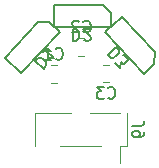
<source format=gbr>
%TF.GenerationSoftware,KiCad,Pcbnew,9.0.3*%
%TF.CreationDate,2025-07-23T15:55:15-05:00*%
%TF.ProjectId,NeoSword_Toplight,4e656f53-776f-4726-945f-546f706c6967,rev?*%
%TF.SameCoordinates,Original*%
%TF.FileFunction,Legend,Bot*%
%TF.FilePolarity,Positive*%
%FSLAX46Y46*%
G04 Gerber Fmt 4.6, Leading zero omitted, Abs format (unit mm)*
G04 Created by KiCad (PCBNEW 9.0.3) date 2025-07-23 15:55:15*
%MOMM*%
%LPD*%
G01*
G04 APERTURE LIST*
%ADD10C,0.150000*%
%ADD11C,0.120000*%
G04 APERTURE END LIST*
D10*
X144874746Y-77861220D02*
X145606100Y-78543218D01*
X145606100Y-78543218D02*
X145768481Y-78369087D01*
X145768481Y-78369087D02*
X145831083Y-78232131D01*
X145831083Y-78232131D02*
X145826382Y-78097526D01*
X145826382Y-78097526D02*
X145789206Y-77997748D01*
X145789206Y-77997748D02*
X145682376Y-77833017D01*
X145682376Y-77833017D02*
X145577897Y-77735589D01*
X145577897Y-77735589D02*
X145406116Y-77640511D01*
X145406116Y-77640511D02*
X145303987Y-77610385D01*
X145303987Y-77610385D02*
X145169382Y-77615085D01*
X145169382Y-77615085D02*
X145037127Y-77687088D01*
X145037127Y-77687088D02*
X144874746Y-77861220D01*
X145913982Y-76746776D02*
X145524269Y-77164693D01*
X145719125Y-76955734D02*
X146450479Y-77637733D01*
X146450479Y-77637733D02*
X146281048Y-77609957D01*
X146281048Y-77609957D02*
X146146443Y-77614658D01*
X146146443Y-77614658D02*
X146046664Y-77651834D01*
X153134819Y-83361666D02*
X153849104Y-83361666D01*
X153849104Y-83361666D02*
X153991961Y-83314047D01*
X153991961Y-83314047D02*
X154087200Y-83218809D01*
X154087200Y-83218809D02*
X154134819Y-83075952D01*
X154134819Y-83075952D02*
X154134819Y-82980714D01*
X154134819Y-83885476D02*
X154134819Y-84075952D01*
X154134819Y-84075952D02*
X154087200Y-84171190D01*
X154087200Y-84171190D02*
X154039580Y-84218809D01*
X154039580Y-84218809D02*
X153896723Y-84314047D01*
X153896723Y-84314047D02*
X153706247Y-84361666D01*
X153706247Y-84361666D02*
X153325295Y-84361666D01*
X153325295Y-84361666D02*
X153230057Y-84314047D01*
X153230057Y-84314047D02*
X153182438Y-84266428D01*
X153182438Y-84266428D02*
X153134819Y-84171190D01*
X153134819Y-84171190D02*
X153134819Y-83980714D01*
X153134819Y-83980714D02*
X153182438Y-83885476D01*
X153182438Y-83885476D02*
X153230057Y-83837857D01*
X153230057Y-83837857D02*
X153325295Y-83790238D01*
X153325295Y-83790238D02*
X153563390Y-83790238D01*
X153563390Y-83790238D02*
X153658628Y-83837857D01*
X153658628Y-83837857D02*
X153706247Y-83885476D01*
X153706247Y-83885476D02*
X153753866Y-83980714D01*
X153753866Y-83980714D02*
X153753866Y-84171190D01*
X153753866Y-84171190D02*
X153706247Y-84266428D01*
X153706247Y-84266428D02*
X153658628Y-84314047D01*
X153658628Y-84314047D02*
X153563390Y-84361666D01*
X151776155Y-76678967D02*
X151044801Y-77360966D01*
X151044801Y-77360966D02*
X151207182Y-77535098D01*
X151207182Y-77535098D02*
X151339436Y-77607101D01*
X151339436Y-77607101D02*
X151474041Y-77611801D01*
X151474041Y-77611801D02*
X151576170Y-77581675D01*
X151576170Y-77581675D02*
X151747952Y-77486597D01*
X151747952Y-77486597D02*
X151852431Y-77389169D01*
X151852431Y-77389169D02*
X151959260Y-77224438D01*
X151959260Y-77224438D02*
X151996437Y-77124659D01*
X151996437Y-77124659D02*
X152001137Y-76990054D01*
X152001137Y-76990054D02*
X151938535Y-76853099D01*
X151938535Y-76853099D02*
X151776155Y-76678967D01*
X151661847Y-78022667D02*
X152084037Y-78475409D01*
X152084037Y-78475409D02*
X152135315Y-77971816D01*
X152135315Y-77971816D02*
X152232743Y-78076295D01*
X152232743Y-78076295D02*
X152332522Y-78113472D01*
X152332522Y-78113472D02*
X152399824Y-78115822D01*
X152399824Y-78115822D02*
X152501953Y-78085696D01*
X152501953Y-78085696D02*
X152676085Y-77923316D01*
X152676085Y-77923316D02*
X152713261Y-77823537D01*
X152713261Y-77823537D02*
X152715612Y-77756234D01*
X152715612Y-77756234D02*
X152685486Y-77654106D01*
X152685486Y-77654106D02*
X152490629Y-77445147D01*
X152490629Y-77445147D02*
X152390851Y-77407971D01*
X152390851Y-77407971D02*
X152323548Y-77405621D01*
X148071905Y-75190180D02*
X148071905Y-76190180D01*
X148071905Y-76190180D02*
X148310000Y-76190180D01*
X148310000Y-76190180D02*
X148452857Y-76142561D01*
X148452857Y-76142561D02*
X148548095Y-76047323D01*
X148548095Y-76047323D02*
X148595714Y-75952085D01*
X148595714Y-75952085D02*
X148643333Y-75761609D01*
X148643333Y-75761609D02*
X148643333Y-75618752D01*
X148643333Y-75618752D02*
X148595714Y-75428276D01*
X148595714Y-75428276D02*
X148548095Y-75333038D01*
X148548095Y-75333038D02*
X148452857Y-75237800D01*
X148452857Y-75237800D02*
X148310000Y-75190180D01*
X148310000Y-75190180D02*
X148071905Y-75190180D01*
X149024286Y-76094942D02*
X149071905Y-76142561D01*
X149071905Y-76142561D02*
X149167143Y-76190180D01*
X149167143Y-76190180D02*
X149405238Y-76190180D01*
X149405238Y-76190180D02*
X149500476Y-76142561D01*
X149500476Y-76142561D02*
X149548095Y-76094942D01*
X149548095Y-76094942D02*
X149595714Y-75999704D01*
X149595714Y-75999704D02*
X149595714Y-75904466D01*
X149595714Y-75904466D02*
X149548095Y-75761609D01*
X149548095Y-75761609D02*
X148976667Y-75190180D01*
X148976667Y-75190180D02*
X149595714Y-75190180D01*
X151076666Y-80984580D02*
X151124285Y-81032200D01*
X151124285Y-81032200D02*
X151267142Y-81079819D01*
X151267142Y-81079819D02*
X151362380Y-81079819D01*
X151362380Y-81079819D02*
X151505237Y-81032200D01*
X151505237Y-81032200D02*
X151600475Y-80936961D01*
X151600475Y-80936961D02*
X151648094Y-80841723D01*
X151648094Y-80841723D02*
X151695713Y-80651247D01*
X151695713Y-80651247D02*
X151695713Y-80508390D01*
X151695713Y-80508390D02*
X151648094Y-80317914D01*
X151648094Y-80317914D02*
X151600475Y-80222676D01*
X151600475Y-80222676D02*
X151505237Y-80127438D01*
X151505237Y-80127438D02*
X151362380Y-80079819D01*
X151362380Y-80079819D02*
X151267142Y-80079819D01*
X151267142Y-80079819D02*
X151124285Y-80127438D01*
X151124285Y-80127438D02*
X151076666Y-80175057D01*
X150743332Y-80079819D02*
X150124285Y-80079819D01*
X150124285Y-80079819D02*
X150457618Y-80460771D01*
X150457618Y-80460771D02*
X150314761Y-80460771D01*
X150314761Y-80460771D02*
X150219523Y-80508390D01*
X150219523Y-80508390D02*
X150171904Y-80556009D01*
X150171904Y-80556009D02*
X150124285Y-80651247D01*
X150124285Y-80651247D02*
X150124285Y-80889342D01*
X150124285Y-80889342D02*
X150171904Y-80984580D01*
X150171904Y-80984580D02*
X150219523Y-81032200D01*
X150219523Y-81032200D02*
X150314761Y-81079819D01*
X150314761Y-81079819D02*
X150600475Y-81079819D01*
X150600475Y-81079819D02*
X150695713Y-81032200D01*
X150695713Y-81032200D02*
X150743332Y-80984580D01*
X148976666Y-75374580D02*
X149024285Y-75422200D01*
X149024285Y-75422200D02*
X149167142Y-75469819D01*
X149167142Y-75469819D02*
X149262380Y-75469819D01*
X149262380Y-75469819D02*
X149405237Y-75422200D01*
X149405237Y-75422200D02*
X149500475Y-75326961D01*
X149500475Y-75326961D02*
X149548094Y-75231723D01*
X149548094Y-75231723D02*
X149595713Y-75041247D01*
X149595713Y-75041247D02*
X149595713Y-74898390D01*
X149595713Y-74898390D02*
X149548094Y-74707914D01*
X149548094Y-74707914D02*
X149500475Y-74612676D01*
X149500475Y-74612676D02*
X149405237Y-74517438D01*
X149405237Y-74517438D02*
X149262380Y-74469819D01*
X149262380Y-74469819D02*
X149167142Y-74469819D01*
X149167142Y-74469819D02*
X149024285Y-74517438D01*
X149024285Y-74517438D02*
X148976666Y-74565057D01*
X148595713Y-74565057D02*
X148548094Y-74517438D01*
X148548094Y-74517438D02*
X148452856Y-74469819D01*
X148452856Y-74469819D02*
X148214761Y-74469819D01*
X148214761Y-74469819D02*
X148119523Y-74517438D01*
X148119523Y-74517438D02*
X148071904Y-74565057D01*
X148071904Y-74565057D02*
X148024285Y-74660295D01*
X148024285Y-74660295D02*
X148024285Y-74755533D01*
X148024285Y-74755533D02*
X148071904Y-74898390D01*
X148071904Y-74898390D02*
X148643332Y-75469819D01*
X148643332Y-75469819D02*
X148024285Y-75469819D01*
X146626666Y-77674580D02*
X146674285Y-77722200D01*
X146674285Y-77722200D02*
X146817142Y-77769819D01*
X146817142Y-77769819D02*
X146912380Y-77769819D01*
X146912380Y-77769819D02*
X147055237Y-77722200D01*
X147055237Y-77722200D02*
X147150475Y-77626961D01*
X147150475Y-77626961D02*
X147198094Y-77531723D01*
X147198094Y-77531723D02*
X147245713Y-77341247D01*
X147245713Y-77341247D02*
X147245713Y-77198390D01*
X147245713Y-77198390D02*
X147198094Y-77007914D01*
X147198094Y-77007914D02*
X147150475Y-76912676D01*
X147150475Y-76912676D02*
X147055237Y-76817438D01*
X147055237Y-76817438D02*
X146912380Y-76769819D01*
X146912380Y-76769819D02*
X146817142Y-76769819D01*
X146817142Y-76769819D02*
X146674285Y-76817438D01*
X146674285Y-76817438D02*
X146626666Y-76865057D01*
X145674285Y-77769819D02*
X146245713Y-77769819D01*
X145959999Y-77769819D02*
X145959999Y-76769819D01*
X145959999Y-76769819D02*
X146055237Y-76912676D01*
X146055237Y-76912676D02*
X146150475Y-77007914D01*
X146150475Y-77007914D02*
X146245713Y-77055533D01*
%TO.C,D1*%
X146099319Y-74575617D02*
X145109973Y-74610166D01*
X146976944Y-75394015D02*
X146099319Y-74575617D01*
X145109973Y-74610166D02*
X142313779Y-77608715D01*
X142313779Y-77608715D02*
X143703351Y-78904512D01*
X143703351Y-78904512D02*
X146976944Y-75394015D01*
D11*
%TO.C,J9*%
X152680000Y-85075000D02*
X152110000Y-85075000D01*
X152680000Y-85075000D02*
X152680000Y-82315000D01*
X152110000Y-85075000D02*
X152110000Y-86545000D01*
X150490000Y-85075000D02*
X147030000Y-85075000D01*
X144840000Y-85075000D02*
X144840000Y-82315000D01*
X152110000Y-82315000D02*
X149570000Y-82315000D01*
X147950000Y-82315000D02*
X144840000Y-82315000D01*
X145410000Y-82315000D02*
X144840000Y-82315000D01*
D10*
%TO.C,D3*%
X150817117Y-75437649D02*
X154090709Y-78948147D01*
X152206690Y-74141853D02*
X150817117Y-75437649D01*
X155002883Y-77140402D02*
X152206690Y-74141853D01*
X154090709Y-78948147D02*
X154968334Y-78129749D01*
X154968334Y-78129749D02*
X155002883Y-77140402D01*
%TO.C,D2*%
X146510000Y-75045000D02*
X151310000Y-75045000D01*
X146510000Y-73145000D02*
X146510000Y-75045000D01*
X150610000Y-73145000D02*
X146510000Y-73145000D01*
X151310000Y-75045000D02*
X151310000Y-73845000D01*
X151310000Y-73845000D02*
X150610000Y-73145000D01*
D11*
%TO.C,C3*%
X150648748Y-79680000D02*
X151171252Y-79680000D01*
X150648748Y-78210000D02*
X151171252Y-78210000D01*
%TO.C,C2*%
X149071252Y-75960000D02*
X148548748Y-75960000D01*
X149071252Y-77430000D02*
X148548748Y-77430000D01*
%TO.C,C1*%
X146721252Y-78260000D02*
X146198748Y-78260000D01*
X146721252Y-79730000D02*
X146198748Y-79730000D01*
%TD*%
M02*

</source>
